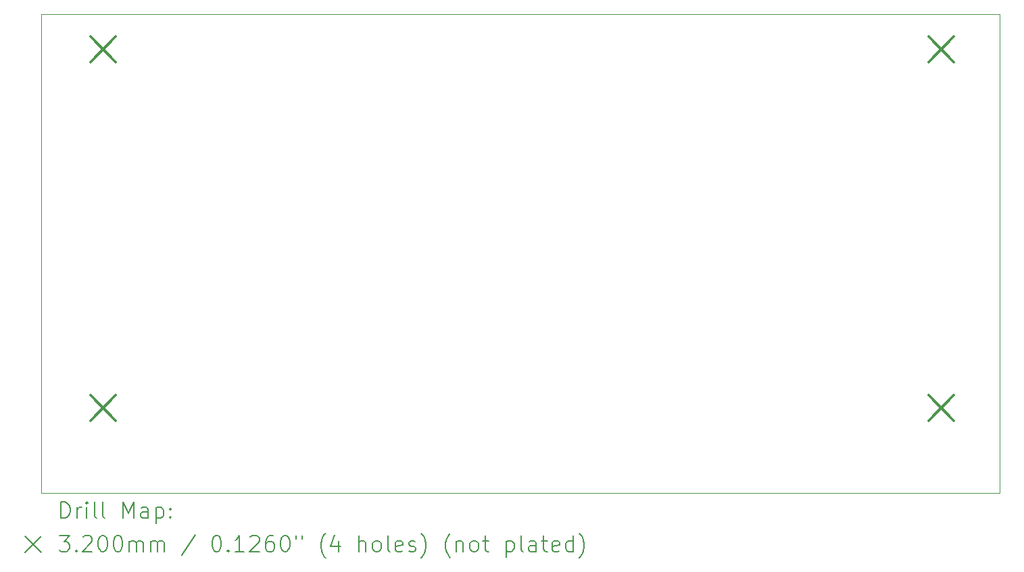
<source format=gbr>
%TF.GenerationSoftware,KiCad,Pcbnew,7.0.2-0*%
%TF.CreationDate,2024-06-30T17:20:17-07:00*%
%TF.ProjectId,Robosub_Power,526f626f-7375-4625-9f50-6f7765722e6b,rev?*%
%TF.SameCoordinates,Original*%
%TF.FileFunction,Drillmap*%
%TF.FilePolarity,Positive*%
%FSLAX45Y45*%
G04 Gerber Fmt 4.5, Leading zero omitted, Abs format (unit mm)*
G04 Created by KiCad (PCBNEW 7.0.2-0) date 2024-06-30 17:20:17*
%MOMM*%
%LPD*%
G01*
G04 APERTURE LIST*
%ADD10C,0.100000*%
%ADD11C,0.200000*%
%ADD12C,0.320000*%
G04 APERTURE END LIST*
D10*
X20280000Y-13360000D02*
X32280000Y-13360000D01*
X32280000Y-19360000D01*
X20280000Y-19360000D01*
X20280000Y-13360000D01*
D11*
D12*
X20890000Y-13640000D02*
X21210000Y-13960000D01*
X21210000Y-13640000D02*
X20890000Y-13960000D01*
X20890000Y-18140000D02*
X21210000Y-18460000D01*
X21210000Y-18140000D02*
X20890000Y-18460000D01*
X31390000Y-13640000D02*
X31710000Y-13960000D01*
X31710000Y-13640000D02*
X31390000Y-13960000D01*
X31390000Y-18140000D02*
X31710000Y-18460000D01*
X31710000Y-18140000D02*
X31390000Y-18460000D01*
D11*
X20522619Y-19677524D02*
X20522619Y-19477524D01*
X20522619Y-19477524D02*
X20570238Y-19477524D01*
X20570238Y-19477524D02*
X20598810Y-19487048D01*
X20598810Y-19487048D02*
X20617857Y-19506095D01*
X20617857Y-19506095D02*
X20627381Y-19525143D01*
X20627381Y-19525143D02*
X20636905Y-19563238D01*
X20636905Y-19563238D02*
X20636905Y-19591810D01*
X20636905Y-19591810D02*
X20627381Y-19629905D01*
X20627381Y-19629905D02*
X20617857Y-19648952D01*
X20617857Y-19648952D02*
X20598810Y-19668000D01*
X20598810Y-19668000D02*
X20570238Y-19677524D01*
X20570238Y-19677524D02*
X20522619Y-19677524D01*
X20722619Y-19677524D02*
X20722619Y-19544190D01*
X20722619Y-19582286D02*
X20732143Y-19563238D01*
X20732143Y-19563238D02*
X20741667Y-19553714D01*
X20741667Y-19553714D02*
X20760714Y-19544190D01*
X20760714Y-19544190D02*
X20779762Y-19544190D01*
X20846429Y-19677524D02*
X20846429Y-19544190D01*
X20846429Y-19477524D02*
X20836905Y-19487048D01*
X20836905Y-19487048D02*
X20846429Y-19496571D01*
X20846429Y-19496571D02*
X20855952Y-19487048D01*
X20855952Y-19487048D02*
X20846429Y-19477524D01*
X20846429Y-19477524D02*
X20846429Y-19496571D01*
X20970238Y-19677524D02*
X20951190Y-19668000D01*
X20951190Y-19668000D02*
X20941667Y-19648952D01*
X20941667Y-19648952D02*
X20941667Y-19477524D01*
X21075000Y-19677524D02*
X21055952Y-19668000D01*
X21055952Y-19668000D02*
X21046429Y-19648952D01*
X21046429Y-19648952D02*
X21046429Y-19477524D01*
X21303571Y-19677524D02*
X21303571Y-19477524D01*
X21303571Y-19477524D02*
X21370238Y-19620381D01*
X21370238Y-19620381D02*
X21436905Y-19477524D01*
X21436905Y-19477524D02*
X21436905Y-19677524D01*
X21617857Y-19677524D02*
X21617857Y-19572762D01*
X21617857Y-19572762D02*
X21608333Y-19553714D01*
X21608333Y-19553714D02*
X21589286Y-19544190D01*
X21589286Y-19544190D02*
X21551190Y-19544190D01*
X21551190Y-19544190D02*
X21532143Y-19553714D01*
X21617857Y-19668000D02*
X21598810Y-19677524D01*
X21598810Y-19677524D02*
X21551190Y-19677524D01*
X21551190Y-19677524D02*
X21532143Y-19668000D01*
X21532143Y-19668000D02*
X21522619Y-19648952D01*
X21522619Y-19648952D02*
X21522619Y-19629905D01*
X21522619Y-19629905D02*
X21532143Y-19610857D01*
X21532143Y-19610857D02*
X21551190Y-19601333D01*
X21551190Y-19601333D02*
X21598810Y-19601333D01*
X21598810Y-19601333D02*
X21617857Y-19591810D01*
X21713095Y-19544190D02*
X21713095Y-19744190D01*
X21713095Y-19553714D02*
X21732143Y-19544190D01*
X21732143Y-19544190D02*
X21770238Y-19544190D01*
X21770238Y-19544190D02*
X21789286Y-19553714D01*
X21789286Y-19553714D02*
X21798810Y-19563238D01*
X21798810Y-19563238D02*
X21808333Y-19582286D01*
X21808333Y-19582286D02*
X21808333Y-19639429D01*
X21808333Y-19639429D02*
X21798810Y-19658476D01*
X21798810Y-19658476D02*
X21789286Y-19668000D01*
X21789286Y-19668000D02*
X21770238Y-19677524D01*
X21770238Y-19677524D02*
X21732143Y-19677524D01*
X21732143Y-19677524D02*
X21713095Y-19668000D01*
X21894048Y-19658476D02*
X21903571Y-19668000D01*
X21903571Y-19668000D02*
X21894048Y-19677524D01*
X21894048Y-19677524D02*
X21884524Y-19668000D01*
X21884524Y-19668000D02*
X21894048Y-19658476D01*
X21894048Y-19658476D02*
X21894048Y-19677524D01*
X21894048Y-19553714D02*
X21903571Y-19563238D01*
X21903571Y-19563238D02*
X21894048Y-19572762D01*
X21894048Y-19572762D02*
X21884524Y-19563238D01*
X21884524Y-19563238D02*
X21894048Y-19553714D01*
X21894048Y-19553714D02*
X21894048Y-19572762D01*
X20075000Y-19905000D02*
X20275000Y-20105000D01*
X20275000Y-19905000D02*
X20075000Y-20105000D01*
X20503571Y-19897524D02*
X20627381Y-19897524D01*
X20627381Y-19897524D02*
X20560714Y-19973714D01*
X20560714Y-19973714D02*
X20589286Y-19973714D01*
X20589286Y-19973714D02*
X20608333Y-19983238D01*
X20608333Y-19983238D02*
X20617857Y-19992762D01*
X20617857Y-19992762D02*
X20627381Y-20011810D01*
X20627381Y-20011810D02*
X20627381Y-20059429D01*
X20627381Y-20059429D02*
X20617857Y-20078476D01*
X20617857Y-20078476D02*
X20608333Y-20088000D01*
X20608333Y-20088000D02*
X20589286Y-20097524D01*
X20589286Y-20097524D02*
X20532143Y-20097524D01*
X20532143Y-20097524D02*
X20513095Y-20088000D01*
X20513095Y-20088000D02*
X20503571Y-20078476D01*
X20713095Y-20078476D02*
X20722619Y-20088000D01*
X20722619Y-20088000D02*
X20713095Y-20097524D01*
X20713095Y-20097524D02*
X20703571Y-20088000D01*
X20703571Y-20088000D02*
X20713095Y-20078476D01*
X20713095Y-20078476D02*
X20713095Y-20097524D01*
X20798810Y-19916571D02*
X20808333Y-19907048D01*
X20808333Y-19907048D02*
X20827381Y-19897524D01*
X20827381Y-19897524D02*
X20875000Y-19897524D01*
X20875000Y-19897524D02*
X20894048Y-19907048D01*
X20894048Y-19907048D02*
X20903571Y-19916571D01*
X20903571Y-19916571D02*
X20913095Y-19935619D01*
X20913095Y-19935619D02*
X20913095Y-19954667D01*
X20913095Y-19954667D02*
X20903571Y-19983238D01*
X20903571Y-19983238D02*
X20789286Y-20097524D01*
X20789286Y-20097524D02*
X20913095Y-20097524D01*
X21036905Y-19897524D02*
X21055952Y-19897524D01*
X21055952Y-19897524D02*
X21075000Y-19907048D01*
X21075000Y-19907048D02*
X21084524Y-19916571D01*
X21084524Y-19916571D02*
X21094048Y-19935619D01*
X21094048Y-19935619D02*
X21103571Y-19973714D01*
X21103571Y-19973714D02*
X21103571Y-20021333D01*
X21103571Y-20021333D02*
X21094048Y-20059429D01*
X21094048Y-20059429D02*
X21084524Y-20078476D01*
X21084524Y-20078476D02*
X21075000Y-20088000D01*
X21075000Y-20088000D02*
X21055952Y-20097524D01*
X21055952Y-20097524D02*
X21036905Y-20097524D01*
X21036905Y-20097524D02*
X21017857Y-20088000D01*
X21017857Y-20088000D02*
X21008333Y-20078476D01*
X21008333Y-20078476D02*
X20998810Y-20059429D01*
X20998810Y-20059429D02*
X20989286Y-20021333D01*
X20989286Y-20021333D02*
X20989286Y-19973714D01*
X20989286Y-19973714D02*
X20998810Y-19935619D01*
X20998810Y-19935619D02*
X21008333Y-19916571D01*
X21008333Y-19916571D02*
X21017857Y-19907048D01*
X21017857Y-19907048D02*
X21036905Y-19897524D01*
X21227381Y-19897524D02*
X21246429Y-19897524D01*
X21246429Y-19897524D02*
X21265476Y-19907048D01*
X21265476Y-19907048D02*
X21275000Y-19916571D01*
X21275000Y-19916571D02*
X21284524Y-19935619D01*
X21284524Y-19935619D02*
X21294048Y-19973714D01*
X21294048Y-19973714D02*
X21294048Y-20021333D01*
X21294048Y-20021333D02*
X21284524Y-20059429D01*
X21284524Y-20059429D02*
X21275000Y-20078476D01*
X21275000Y-20078476D02*
X21265476Y-20088000D01*
X21265476Y-20088000D02*
X21246429Y-20097524D01*
X21246429Y-20097524D02*
X21227381Y-20097524D01*
X21227381Y-20097524D02*
X21208333Y-20088000D01*
X21208333Y-20088000D02*
X21198810Y-20078476D01*
X21198810Y-20078476D02*
X21189286Y-20059429D01*
X21189286Y-20059429D02*
X21179762Y-20021333D01*
X21179762Y-20021333D02*
X21179762Y-19973714D01*
X21179762Y-19973714D02*
X21189286Y-19935619D01*
X21189286Y-19935619D02*
X21198810Y-19916571D01*
X21198810Y-19916571D02*
X21208333Y-19907048D01*
X21208333Y-19907048D02*
X21227381Y-19897524D01*
X21379762Y-20097524D02*
X21379762Y-19964190D01*
X21379762Y-19983238D02*
X21389286Y-19973714D01*
X21389286Y-19973714D02*
X21408333Y-19964190D01*
X21408333Y-19964190D02*
X21436905Y-19964190D01*
X21436905Y-19964190D02*
X21455952Y-19973714D01*
X21455952Y-19973714D02*
X21465476Y-19992762D01*
X21465476Y-19992762D02*
X21465476Y-20097524D01*
X21465476Y-19992762D02*
X21475000Y-19973714D01*
X21475000Y-19973714D02*
X21494048Y-19964190D01*
X21494048Y-19964190D02*
X21522619Y-19964190D01*
X21522619Y-19964190D02*
X21541667Y-19973714D01*
X21541667Y-19973714D02*
X21551191Y-19992762D01*
X21551191Y-19992762D02*
X21551191Y-20097524D01*
X21646429Y-20097524D02*
X21646429Y-19964190D01*
X21646429Y-19983238D02*
X21655952Y-19973714D01*
X21655952Y-19973714D02*
X21675000Y-19964190D01*
X21675000Y-19964190D02*
X21703572Y-19964190D01*
X21703572Y-19964190D02*
X21722619Y-19973714D01*
X21722619Y-19973714D02*
X21732143Y-19992762D01*
X21732143Y-19992762D02*
X21732143Y-20097524D01*
X21732143Y-19992762D02*
X21741667Y-19973714D01*
X21741667Y-19973714D02*
X21760714Y-19964190D01*
X21760714Y-19964190D02*
X21789286Y-19964190D01*
X21789286Y-19964190D02*
X21808333Y-19973714D01*
X21808333Y-19973714D02*
X21817857Y-19992762D01*
X21817857Y-19992762D02*
X21817857Y-20097524D01*
X22208333Y-19888000D02*
X22036905Y-20145143D01*
X22465476Y-19897524D02*
X22484524Y-19897524D01*
X22484524Y-19897524D02*
X22503572Y-19907048D01*
X22503572Y-19907048D02*
X22513095Y-19916571D01*
X22513095Y-19916571D02*
X22522619Y-19935619D01*
X22522619Y-19935619D02*
X22532143Y-19973714D01*
X22532143Y-19973714D02*
X22532143Y-20021333D01*
X22532143Y-20021333D02*
X22522619Y-20059429D01*
X22522619Y-20059429D02*
X22513095Y-20078476D01*
X22513095Y-20078476D02*
X22503572Y-20088000D01*
X22503572Y-20088000D02*
X22484524Y-20097524D01*
X22484524Y-20097524D02*
X22465476Y-20097524D01*
X22465476Y-20097524D02*
X22446429Y-20088000D01*
X22446429Y-20088000D02*
X22436905Y-20078476D01*
X22436905Y-20078476D02*
X22427381Y-20059429D01*
X22427381Y-20059429D02*
X22417857Y-20021333D01*
X22417857Y-20021333D02*
X22417857Y-19973714D01*
X22417857Y-19973714D02*
X22427381Y-19935619D01*
X22427381Y-19935619D02*
X22436905Y-19916571D01*
X22436905Y-19916571D02*
X22446429Y-19907048D01*
X22446429Y-19907048D02*
X22465476Y-19897524D01*
X22617857Y-20078476D02*
X22627381Y-20088000D01*
X22627381Y-20088000D02*
X22617857Y-20097524D01*
X22617857Y-20097524D02*
X22608333Y-20088000D01*
X22608333Y-20088000D02*
X22617857Y-20078476D01*
X22617857Y-20078476D02*
X22617857Y-20097524D01*
X22817857Y-20097524D02*
X22703572Y-20097524D01*
X22760714Y-20097524D02*
X22760714Y-19897524D01*
X22760714Y-19897524D02*
X22741667Y-19926095D01*
X22741667Y-19926095D02*
X22722619Y-19945143D01*
X22722619Y-19945143D02*
X22703572Y-19954667D01*
X22894048Y-19916571D02*
X22903572Y-19907048D01*
X22903572Y-19907048D02*
X22922619Y-19897524D01*
X22922619Y-19897524D02*
X22970238Y-19897524D01*
X22970238Y-19897524D02*
X22989286Y-19907048D01*
X22989286Y-19907048D02*
X22998810Y-19916571D01*
X22998810Y-19916571D02*
X23008333Y-19935619D01*
X23008333Y-19935619D02*
X23008333Y-19954667D01*
X23008333Y-19954667D02*
X22998810Y-19983238D01*
X22998810Y-19983238D02*
X22884524Y-20097524D01*
X22884524Y-20097524D02*
X23008333Y-20097524D01*
X23179762Y-19897524D02*
X23141667Y-19897524D01*
X23141667Y-19897524D02*
X23122619Y-19907048D01*
X23122619Y-19907048D02*
X23113095Y-19916571D01*
X23113095Y-19916571D02*
X23094048Y-19945143D01*
X23094048Y-19945143D02*
X23084524Y-19983238D01*
X23084524Y-19983238D02*
X23084524Y-20059429D01*
X23084524Y-20059429D02*
X23094048Y-20078476D01*
X23094048Y-20078476D02*
X23103572Y-20088000D01*
X23103572Y-20088000D02*
X23122619Y-20097524D01*
X23122619Y-20097524D02*
X23160714Y-20097524D01*
X23160714Y-20097524D02*
X23179762Y-20088000D01*
X23179762Y-20088000D02*
X23189286Y-20078476D01*
X23189286Y-20078476D02*
X23198810Y-20059429D01*
X23198810Y-20059429D02*
X23198810Y-20011810D01*
X23198810Y-20011810D02*
X23189286Y-19992762D01*
X23189286Y-19992762D02*
X23179762Y-19983238D01*
X23179762Y-19983238D02*
X23160714Y-19973714D01*
X23160714Y-19973714D02*
X23122619Y-19973714D01*
X23122619Y-19973714D02*
X23103572Y-19983238D01*
X23103572Y-19983238D02*
X23094048Y-19992762D01*
X23094048Y-19992762D02*
X23084524Y-20011810D01*
X23322619Y-19897524D02*
X23341667Y-19897524D01*
X23341667Y-19897524D02*
X23360714Y-19907048D01*
X23360714Y-19907048D02*
X23370238Y-19916571D01*
X23370238Y-19916571D02*
X23379762Y-19935619D01*
X23379762Y-19935619D02*
X23389286Y-19973714D01*
X23389286Y-19973714D02*
X23389286Y-20021333D01*
X23389286Y-20021333D02*
X23379762Y-20059429D01*
X23379762Y-20059429D02*
X23370238Y-20078476D01*
X23370238Y-20078476D02*
X23360714Y-20088000D01*
X23360714Y-20088000D02*
X23341667Y-20097524D01*
X23341667Y-20097524D02*
X23322619Y-20097524D01*
X23322619Y-20097524D02*
X23303572Y-20088000D01*
X23303572Y-20088000D02*
X23294048Y-20078476D01*
X23294048Y-20078476D02*
X23284524Y-20059429D01*
X23284524Y-20059429D02*
X23275000Y-20021333D01*
X23275000Y-20021333D02*
X23275000Y-19973714D01*
X23275000Y-19973714D02*
X23284524Y-19935619D01*
X23284524Y-19935619D02*
X23294048Y-19916571D01*
X23294048Y-19916571D02*
X23303572Y-19907048D01*
X23303572Y-19907048D02*
X23322619Y-19897524D01*
X23465476Y-19897524D02*
X23465476Y-19935619D01*
X23541667Y-19897524D02*
X23541667Y-19935619D01*
X23836905Y-20173714D02*
X23827381Y-20164190D01*
X23827381Y-20164190D02*
X23808334Y-20135619D01*
X23808334Y-20135619D02*
X23798810Y-20116571D01*
X23798810Y-20116571D02*
X23789286Y-20088000D01*
X23789286Y-20088000D02*
X23779762Y-20040381D01*
X23779762Y-20040381D02*
X23779762Y-20002286D01*
X23779762Y-20002286D02*
X23789286Y-19954667D01*
X23789286Y-19954667D02*
X23798810Y-19926095D01*
X23798810Y-19926095D02*
X23808334Y-19907048D01*
X23808334Y-19907048D02*
X23827381Y-19878476D01*
X23827381Y-19878476D02*
X23836905Y-19868952D01*
X23998810Y-19964190D02*
X23998810Y-20097524D01*
X23951191Y-19888000D02*
X23903572Y-20030857D01*
X23903572Y-20030857D02*
X24027381Y-20030857D01*
X24255953Y-20097524D02*
X24255953Y-19897524D01*
X24341667Y-20097524D02*
X24341667Y-19992762D01*
X24341667Y-19992762D02*
X24332143Y-19973714D01*
X24332143Y-19973714D02*
X24313096Y-19964190D01*
X24313096Y-19964190D02*
X24284524Y-19964190D01*
X24284524Y-19964190D02*
X24265476Y-19973714D01*
X24265476Y-19973714D02*
X24255953Y-19983238D01*
X24465476Y-20097524D02*
X24446429Y-20088000D01*
X24446429Y-20088000D02*
X24436905Y-20078476D01*
X24436905Y-20078476D02*
X24427381Y-20059429D01*
X24427381Y-20059429D02*
X24427381Y-20002286D01*
X24427381Y-20002286D02*
X24436905Y-19983238D01*
X24436905Y-19983238D02*
X24446429Y-19973714D01*
X24446429Y-19973714D02*
X24465476Y-19964190D01*
X24465476Y-19964190D02*
X24494048Y-19964190D01*
X24494048Y-19964190D02*
X24513096Y-19973714D01*
X24513096Y-19973714D02*
X24522619Y-19983238D01*
X24522619Y-19983238D02*
X24532143Y-20002286D01*
X24532143Y-20002286D02*
X24532143Y-20059429D01*
X24532143Y-20059429D02*
X24522619Y-20078476D01*
X24522619Y-20078476D02*
X24513096Y-20088000D01*
X24513096Y-20088000D02*
X24494048Y-20097524D01*
X24494048Y-20097524D02*
X24465476Y-20097524D01*
X24646429Y-20097524D02*
X24627381Y-20088000D01*
X24627381Y-20088000D02*
X24617857Y-20068952D01*
X24617857Y-20068952D02*
X24617857Y-19897524D01*
X24798810Y-20088000D02*
X24779762Y-20097524D01*
X24779762Y-20097524D02*
X24741667Y-20097524D01*
X24741667Y-20097524D02*
X24722619Y-20088000D01*
X24722619Y-20088000D02*
X24713096Y-20068952D01*
X24713096Y-20068952D02*
X24713096Y-19992762D01*
X24713096Y-19992762D02*
X24722619Y-19973714D01*
X24722619Y-19973714D02*
X24741667Y-19964190D01*
X24741667Y-19964190D02*
X24779762Y-19964190D01*
X24779762Y-19964190D02*
X24798810Y-19973714D01*
X24798810Y-19973714D02*
X24808334Y-19992762D01*
X24808334Y-19992762D02*
X24808334Y-20011810D01*
X24808334Y-20011810D02*
X24713096Y-20030857D01*
X24884524Y-20088000D02*
X24903572Y-20097524D01*
X24903572Y-20097524D02*
X24941667Y-20097524D01*
X24941667Y-20097524D02*
X24960715Y-20088000D01*
X24960715Y-20088000D02*
X24970238Y-20068952D01*
X24970238Y-20068952D02*
X24970238Y-20059429D01*
X24970238Y-20059429D02*
X24960715Y-20040381D01*
X24960715Y-20040381D02*
X24941667Y-20030857D01*
X24941667Y-20030857D02*
X24913096Y-20030857D01*
X24913096Y-20030857D02*
X24894048Y-20021333D01*
X24894048Y-20021333D02*
X24884524Y-20002286D01*
X24884524Y-20002286D02*
X24884524Y-19992762D01*
X24884524Y-19992762D02*
X24894048Y-19973714D01*
X24894048Y-19973714D02*
X24913096Y-19964190D01*
X24913096Y-19964190D02*
X24941667Y-19964190D01*
X24941667Y-19964190D02*
X24960715Y-19973714D01*
X25036905Y-20173714D02*
X25046429Y-20164190D01*
X25046429Y-20164190D02*
X25065477Y-20135619D01*
X25065477Y-20135619D02*
X25075000Y-20116571D01*
X25075000Y-20116571D02*
X25084524Y-20088000D01*
X25084524Y-20088000D02*
X25094048Y-20040381D01*
X25094048Y-20040381D02*
X25094048Y-20002286D01*
X25094048Y-20002286D02*
X25084524Y-19954667D01*
X25084524Y-19954667D02*
X25075000Y-19926095D01*
X25075000Y-19926095D02*
X25065477Y-19907048D01*
X25065477Y-19907048D02*
X25046429Y-19878476D01*
X25046429Y-19878476D02*
X25036905Y-19868952D01*
X25398810Y-20173714D02*
X25389286Y-20164190D01*
X25389286Y-20164190D02*
X25370238Y-20135619D01*
X25370238Y-20135619D02*
X25360715Y-20116571D01*
X25360715Y-20116571D02*
X25351191Y-20088000D01*
X25351191Y-20088000D02*
X25341667Y-20040381D01*
X25341667Y-20040381D02*
X25341667Y-20002286D01*
X25341667Y-20002286D02*
X25351191Y-19954667D01*
X25351191Y-19954667D02*
X25360715Y-19926095D01*
X25360715Y-19926095D02*
X25370238Y-19907048D01*
X25370238Y-19907048D02*
X25389286Y-19878476D01*
X25389286Y-19878476D02*
X25398810Y-19868952D01*
X25475000Y-19964190D02*
X25475000Y-20097524D01*
X25475000Y-19983238D02*
X25484524Y-19973714D01*
X25484524Y-19973714D02*
X25503572Y-19964190D01*
X25503572Y-19964190D02*
X25532143Y-19964190D01*
X25532143Y-19964190D02*
X25551191Y-19973714D01*
X25551191Y-19973714D02*
X25560715Y-19992762D01*
X25560715Y-19992762D02*
X25560715Y-20097524D01*
X25684524Y-20097524D02*
X25665477Y-20088000D01*
X25665477Y-20088000D02*
X25655953Y-20078476D01*
X25655953Y-20078476D02*
X25646429Y-20059429D01*
X25646429Y-20059429D02*
X25646429Y-20002286D01*
X25646429Y-20002286D02*
X25655953Y-19983238D01*
X25655953Y-19983238D02*
X25665477Y-19973714D01*
X25665477Y-19973714D02*
X25684524Y-19964190D01*
X25684524Y-19964190D02*
X25713096Y-19964190D01*
X25713096Y-19964190D02*
X25732143Y-19973714D01*
X25732143Y-19973714D02*
X25741667Y-19983238D01*
X25741667Y-19983238D02*
X25751191Y-20002286D01*
X25751191Y-20002286D02*
X25751191Y-20059429D01*
X25751191Y-20059429D02*
X25741667Y-20078476D01*
X25741667Y-20078476D02*
X25732143Y-20088000D01*
X25732143Y-20088000D02*
X25713096Y-20097524D01*
X25713096Y-20097524D02*
X25684524Y-20097524D01*
X25808334Y-19964190D02*
X25884524Y-19964190D01*
X25836905Y-19897524D02*
X25836905Y-20068952D01*
X25836905Y-20068952D02*
X25846429Y-20088000D01*
X25846429Y-20088000D02*
X25865477Y-20097524D01*
X25865477Y-20097524D02*
X25884524Y-20097524D01*
X26103572Y-19964190D02*
X26103572Y-20164190D01*
X26103572Y-19973714D02*
X26122619Y-19964190D01*
X26122619Y-19964190D02*
X26160715Y-19964190D01*
X26160715Y-19964190D02*
X26179762Y-19973714D01*
X26179762Y-19973714D02*
X26189286Y-19983238D01*
X26189286Y-19983238D02*
X26198810Y-20002286D01*
X26198810Y-20002286D02*
X26198810Y-20059429D01*
X26198810Y-20059429D02*
X26189286Y-20078476D01*
X26189286Y-20078476D02*
X26179762Y-20088000D01*
X26179762Y-20088000D02*
X26160715Y-20097524D01*
X26160715Y-20097524D02*
X26122619Y-20097524D01*
X26122619Y-20097524D02*
X26103572Y-20088000D01*
X26313096Y-20097524D02*
X26294048Y-20088000D01*
X26294048Y-20088000D02*
X26284524Y-20068952D01*
X26284524Y-20068952D02*
X26284524Y-19897524D01*
X26475000Y-20097524D02*
X26475000Y-19992762D01*
X26475000Y-19992762D02*
X26465477Y-19973714D01*
X26465477Y-19973714D02*
X26446429Y-19964190D01*
X26446429Y-19964190D02*
X26408334Y-19964190D01*
X26408334Y-19964190D02*
X26389286Y-19973714D01*
X26475000Y-20088000D02*
X26455953Y-20097524D01*
X26455953Y-20097524D02*
X26408334Y-20097524D01*
X26408334Y-20097524D02*
X26389286Y-20088000D01*
X26389286Y-20088000D02*
X26379762Y-20068952D01*
X26379762Y-20068952D02*
X26379762Y-20049905D01*
X26379762Y-20049905D02*
X26389286Y-20030857D01*
X26389286Y-20030857D02*
X26408334Y-20021333D01*
X26408334Y-20021333D02*
X26455953Y-20021333D01*
X26455953Y-20021333D02*
X26475000Y-20011810D01*
X26541667Y-19964190D02*
X26617858Y-19964190D01*
X26570239Y-19897524D02*
X26570239Y-20068952D01*
X26570239Y-20068952D02*
X26579762Y-20088000D01*
X26579762Y-20088000D02*
X26598810Y-20097524D01*
X26598810Y-20097524D02*
X26617858Y-20097524D01*
X26760715Y-20088000D02*
X26741667Y-20097524D01*
X26741667Y-20097524D02*
X26703572Y-20097524D01*
X26703572Y-20097524D02*
X26684524Y-20088000D01*
X26684524Y-20088000D02*
X26675000Y-20068952D01*
X26675000Y-20068952D02*
X26675000Y-19992762D01*
X26675000Y-19992762D02*
X26684524Y-19973714D01*
X26684524Y-19973714D02*
X26703572Y-19964190D01*
X26703572Y-19964190D02*
X26741667Y-19964190D01*
X26741667Y-19964190D02*
X26760715Y-19973714D01*
X26760715Y-19973714D02*
X26770239Y-19992762D01*
X26770239Y-19992762D02*
X26770239Y-20011810D01*
X26770239Y-20011810D02*
X26675000Y-20030857D01*
X26941667Y-20097524D02*
X26941667Y-19897524D01*
X26941667Y-20088000D02*
X26922620Y-20097524D01*
X26922620Y-20097524D02*
X26884524Y-20097524D01*
X26884524Y-20097524D02*
X26865477Y-20088000D01*
X26865477Y-20088000D02*
X26855953Y-20078476D01*
X26855953Y-20078476D02*
X26846429Y-20059429D01*
X26846429Y-20059429D02*
X26846429Y-20002286D01*
X26846429Y-20002286D02*
X26855953Y-19983238D01*
X26855953Y-19983238D02*
X26865477Y-19973714D01*
X26865477Y-19973714D02*
X26884524Y-19964190D01*
X26884524Y-19964190D02*
X26922620Y-19964190D01*
X26922620Y-19964190D02*
X26941667Y-19973714D01*
X27017858Y-20173714D02*
X27027381Y-20164190D01*
X27027381Y-20164190D02*
X27046429Y-20135619D01*
X27046429Y-20135619D02*
X27055953Y-20116571D01*
X27055953Y-20116571D02*
X27065477Y-20088000D01*
X27065477Y-20088000D02*
X27075000Y-20040381D01*
X27075000Y-20040381D02*
X27075000Y-20002286D01*
X27075000Y-20002286D02*
X27065477Y-19954667D01*
X27065477Y-19954667D02*
X27055953Y-19926095D01*
X27055953Y-19926095D02*
X27046429Y-19907048D01*
X27046429Y-19907048D02*
X27027381Y-19878476D01*
X27027381Y-19878476D02*
X27017858Y-19868952D01*
M02*

</source>
